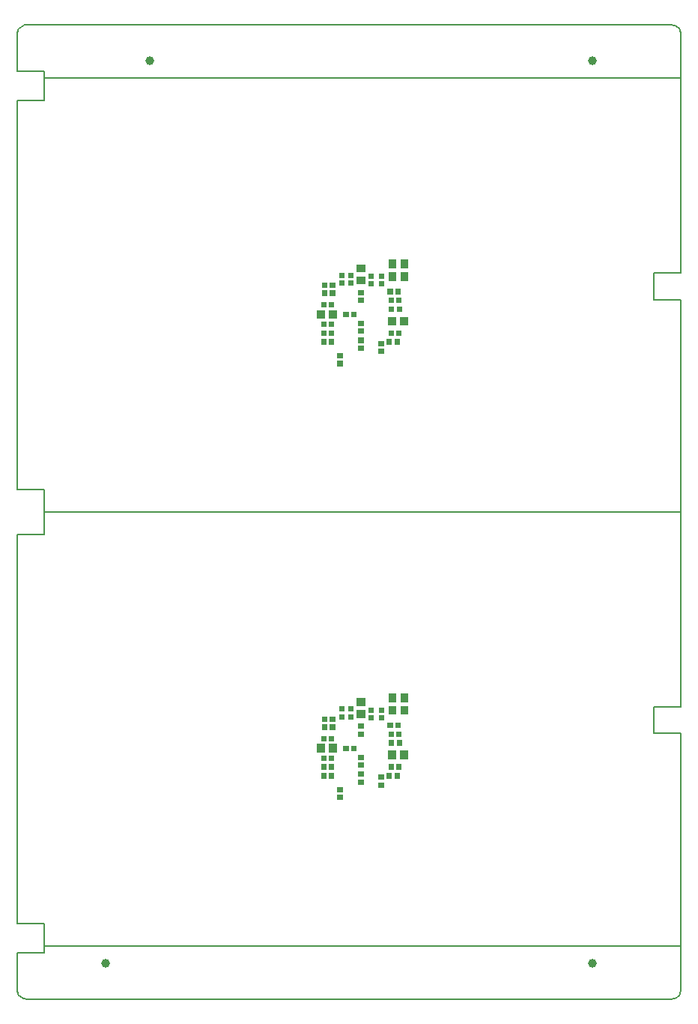
<source format=gbr>
*
%FSLAX26Y26*%
%MOIN*%
%ADD10R,0.023622X0.023622*%
%ADD11R,0.035433X0.035433*%
%ADD12C,0.005906*%
%ADD13C,0.039370*%
%IPPOS*%
%LNgbp*%
%LPD*%
G75*
G54D10*
X1663780Y1176378D02*
Y1177953D01*
X1698425Y1176378D02*
Y1177953D01*
X1368504Y1243307D02*
Y1244882D01*
X1403150Y1243307D02*
Y1244882D01*
X1399213Y991339D02*
Y992913D01*
X1364567Y991339D02*
Y992913D01*
X1462992Y1113386D02*
Y1114961D01*
X1497638Y1113386D02*
Y1114961D01*
X1659843Y1215748D02*
Y1217323D01*
X1694488Y1215748D02*
Y1217323D01*
X1665748Y1137008D02*
Y1138583D01*
X1700394Y1137008D02*
Y1138583D01*
X1399213Y1070079D02*
Y1071654D01*
X1364567Y1070079D02*
Y1071654D01*
Y1030709D02*
Y1032283D01*
X1399213Y1030709D02*
Y1032283D01*
Y1156693D02*
Y1158268D01*
X1364567Y1156693D02*
Y1158268D01*
X1698425Y1030709D02*
Y1032283D01*
X1663780Y1030709D02*
Y1032283D01*
X1690551Y991339D02*
Y992913D01*
X1655906Y991339D02*
Y992913D01*
X1368504Y1207874D02*
Y1209449D01*
X1403150Y1207874D02*
Y1209449D01*
G54D11*
X1351378Y1112205D02*
Y1116142D01*
X1404528Y1112205D02*
Y1116142D01*
X1670276Y1336614D02*
Y1340551D01*
X1723425Y1336614D02*
Y1340551D01*
Y1281496D02*
Y1285433D01*
X1670276Y1281496D02*
Y1285433D01*
X1720472Y1082677D02*
Y1086614D01*
X1667323Y1082677D02*
Y1086614D01*
X1527559Y1266732D02*
X1531496D01*
X1527559Y1319882D02*
X1531496D01*
G54D10*
X1618307Y985827D02*
X1619882D01*
X1618307Y951181D02*
X1619882D01*
X1483465Y1254331D02*
X1485039D01*
X1483465Y1288976D02*
X1485039D01*
X1444094D02*
X1445669D01*
X1444094Y1254331D02*
X1445669D01*
X1621260Y1250394D02*
X1622835D01*
X1621260Y1285039D02*
X1622835D01*
X1574016D02*
X1575591D01*
X1574016Y1250394D02*
X1575591D01*
X1436220Y896063D02*
X1437795D01*
X1436220Y930709D02*
X1437795D01*
X1528740Y1177559D02*
X1530315D01*
X1528740Y1212205D02*
X1530315D01*
X1528740Y964961D02*
X1530315D01*
X1528740Y999606D02*
X1530315D01*
X1528740Y1074409D02*
X1530315D01*
X1528740Y1039764D02*
X1530315D01*
X1663780Y3105512D02*
Y3107087D01*
X1698425Y3105512D02*
Y3107087D01*
X1368504Y3172441D02*
Y3174016D01*
X1403150Y3172441D02*
Y3174016D01*
X1399213Y2920472D02*
Y2922047D01*
X1364567Y2920472D02*
Y2922047D01*
X1462992Y3042520D02*
Y3044094D01*
X1497638Y3042520D02*
Y3044094D01*
X1659843Y3144882D02*
Y3146457D01*
X1694488Y3144882D02*
Y3146457D01*
X1665748Y3066142D02*
Y3067717D01*
X1700394Y3066142D02*
Y3067717D01*
X1399213Y2999213D02*
Y3000787D01*
X1364567Y2999213D02*
Y3000787D01*
Y2959843D02*
Y2961417D01*
X1399213Y2959843D02*
Y2961417D01*
Y3085827D02*
Y3087402D01*
X1364567Y3085827D02*
Y3087402D01*
X1698425Y2959843D02*
Y2961417D01*
X1663780Y2959843D02*
Y2961417D01*
X1690551Y2920472D02*
Y2922047D01*
X1655906Y2920472D02*
Y2922047D01*
X1368504Y3137008D02*
Y3138583D01*
X1403150Y3137008D02*
Y3138583D01*
G54D11*
X1351378Y3041339D02*
Y3045276D01*
X1404528Y3041339D02*
Y3045276D01*
X1670276Y3265748D02*
Y3269685D01*
X1723425Y3265748D02*
Y3269685D01*
Y3210630D02*
Y3214567D01*
X1670276Y3210630D02*
Y3214567D01*
X1720472Y3011811D02*
Y3015748D01*
X1667323Y3011811D02*
Y3015748D01*
X1527559Y3195866D02*
X1531496D01*
X1527559Y3249016D02*
X1531496D01*
G54D10*
X1618307Y2914961D02*
X1619882D01*
X1618307Y2880315D02*
X1619882D01*
X1483465Y3183465D02*
X1485039D01*
X1483465Y3218110D02*
X1485039D01*
X1444094D02*
X1445669D01*
X1444094Y3183465D02*
X1445669D01*
X1621260Y3179528D02*
X1622835D01*
X1621260Y3214173D02*
X1622835D01*
X1574016D02*
X1575591D01*
X1574016Y3179528D02*
X1575591D01*
X1436220Y2825197D02*
X1437795D01*
X1436220Y2859843D02*
X1437795D01*
X1528740Y3106693D02*
X1530315D01*
X1528740Y3141339D02*
X1530315D01*
X1528740Y2894094D02*
X1530315D01*
X1528740Y2928740D02*
X1530315D01*
X1528740Y3003543D02*
X1530315D01*
X1528740Y2968898D02*
X1530315D01*
G54D12*
X0Y334646D02*
Y2066929D01*
X118110D01*
Y2165354D01*
X2952756D01*
Y1299213D01*
X2834646D01*
Y1181102D01*
X2952756D01*
Y236220D01*
X118110D01*
Y334646D01*
X0D01*
Y2263780D02*
Y3996063D01*
X118110D01*
Y4094488D01*
X2952756D01*
Y3228346D01*
X2834646D01*
Y3110236D01*
X2952756D01*
Y2165354D01*
X118110D01*
Y2263780D01*
X0D01*
X118110Y4094488D02*
Y4125984D01*
X0D01*
Y4291339D01*
X39370Y4330709D02*
X2913386D01*
X2952756Y4291339D02*
Y4094488D01*
X118110Y236220D02*
Y204724D01*
X0D01*
Y39370D01*
X39370Y0D02*
X2913386D01*
X2952756Y39370D02*
Y236220D01*
X0Y4291339D02*
X492Y4297546D01*
X1957Y4303598D01*
X4358Y4309344D01*
X7635Y4314639D01*
X11706Y4319351D01*
X16469Y4323363D01*
X21804Y4326573D01*
X27580Y4328902D01*
X33650Y4330291D01*
X39370Y4330709D01*
X2913386D02*
X2919593Y4330216D01*
X2925646Y4328751D01*
X2931391Y4326350D01*
X2936686Y4323073D01*
X2941398Y4319003D01*
X2945410Y4314240D01*
X2948620Y4308904D01*
X2950949Y4303129D01*
X2952338Y4297059D01*
X2952756Y4291339D01*
X0Y39370D02*
X492Y33163D01*
X1957Y27110D01*
X4358Y21365D01*
X7635Y16070D01*
X11706Y11358D01*
X16469Y7346D01*
X21804Y4136D01*
X27580Y1807D01*
X33650Y418D01*
X39370Y0D01*
X2913386D02*
X2919593Y492D01*
X2925646Y1957D01*
X2931391Y4358D01*
X2936686Y7635D01*
X2941398Y11706D01*
X2945410Y16469D01*
X2948620Y21804D01*
X2950949Y27580D01*
X2952338Y33650D01*
X2952756Y39370D01*
G54D13*
X590551Y4173228D03*
X2559055D03*
X393701Y157480D03*
X2559055D03*
M02*

</source>
